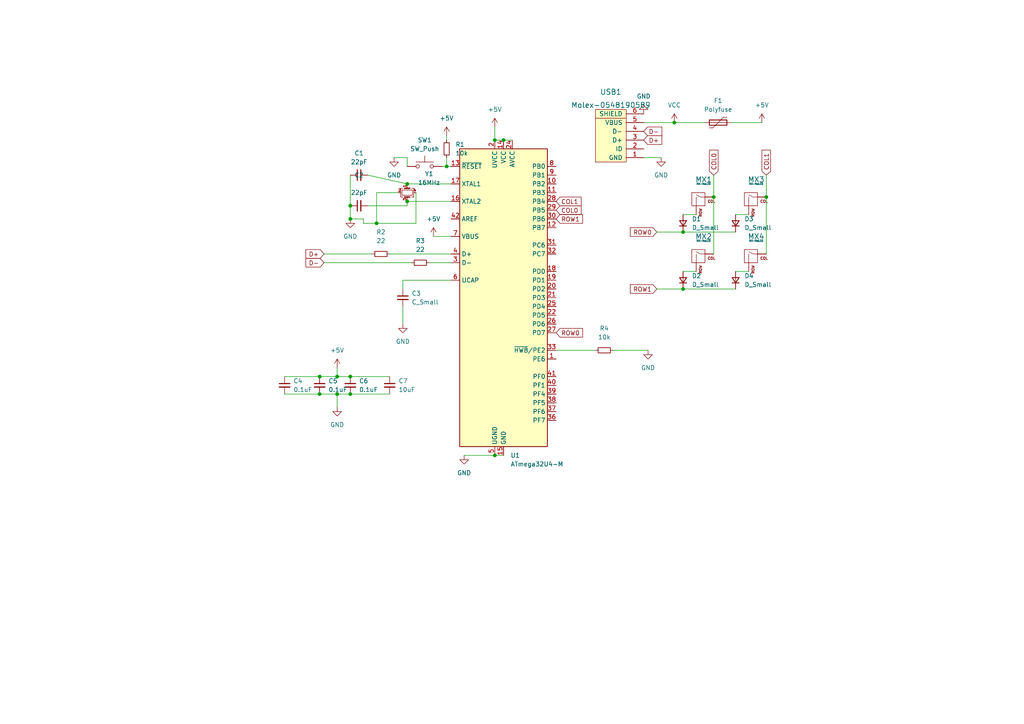
<source format=kicad_sch>
(kicad_sch (version 20211123) (generator eeschema)
  (paper "A4")
  (lib_symbols
    (symbol "Device:C_Small" (pin_numbers hide) (pin_names (offset 0.254) hide)
      (property "Reference" "C" (at 0.254 1.778 0))
      (property "Value" "C_Small" (at 0.254 -2.032 0))
      (symbol "C_Small_0_1"
        (polyline (pts (xy -1.524 -0.508) (xy 1.524 -0.508)) (stroke (width 0.3302)))
        (polyline (pts (xy -1.524 0.508) (xy 1.524 0.508)) (stroke (width 0.3048)))
      )
      (symbol "C_Small_1_1"
        (pin passive line (at 0 2.54 270) (length 2.032) (name "~") (number "1"))
        (pin passive line (at 0 -2.54 90) (length 2.032) (name "~") (number "2"))
      )
    )
    (symbol "Device:Crystal_GND24_Small" (pin_names (offset 1.016) hide)
      (property "Reference" "Y" (at 1.27 4.445 0))
      (property "Value" "Crystal_GND24_Small" (at 1.27 2.54 0))
      (symbol "Crystal_GND24_Small_0_1"
        (rectangle (start -0.762 -1.524) (end 0.762 1.524))
        (polyline (pts (xy -1.27 -0.762) (xy -1.27 0.762)) (stroke (width 0.381)))
        (polyline (pts (xy 1.27 -0.762) (xy 1.27 0.762)) (stroke (width 0.381)))
        (polyline (pts (xy -1.27 -1.27) (xy -1.27 -1.905) (xy 1.27 -1.905) (xy 1.27 -1.27)))
        (polyline (pts (xy -1.27 1.27) (xy -1.27 1.905) (xy 1.27 1.905) (xy 1.27 1.27)))
      )
      (symbol "Crystal_GND24_Small_1_1"
        (pin passive line (at -2.54 0 0) (length 1.27) (name "1") (number "1"))
        (pin passive line (at 0 -2.54 90) (length 0.635) (name "2") (number "2"))
        (pin passive line (at 2.54 0 180) (length 1.27) (name "3") (number "3"))
        (pin passive line (at 0 2.54 270) (length 0.635) (name "4") (number "4"))
      )
    )
    (symbol "Device:D_Small" (pin_numbers hide) (pin_names (offset 0.254) hide)
      (property "Reference" "D" (at -1.27 2.032 0))
      (property "Value" "D_Small" (at -3.81 -2.032 0))
      (symbol "D_Small_0_1"
        (polyline (pts (xy -0.762 -1.016) (xy -0.762 1.016)) (stroke (width 0.254)))
        (polyline (pts (xy -0.762 0) (xy 0.762 0)))
        (polyline (pts (xy 0.762 -1.016) (xy -0.762 0) (xy 0.762 1.016) (xy 0.762 -1.016)) (stroke (width 0.254)))
      )
      (symbol "D_Small_1_1"
        (pin passive line (at -2.54 0 0) (length 1.778) (name "K") (number "1"))
        (pin passive line (at 2.54 0 180) (length 1.778) (name "A") (number "2"))
      )
    )
    (symbol "Device:Polyfuse" (pin_numbers hide) (pin_names (offset 0))
      (property "Reference" "F" (at -2.54 0 90))
      (property "Value" "Polyfuse" (at 2.54 0 90))
      (symbol "Polyfuse_0_1"
        (rectangle (start -0.762 2.54) (end 0.762 -2.54) (stroke (width 0.254)))
        (polyline (pts (xy 0 2.54) (xy 0 -2.54)))
        (polyline (pts (xy -1.524 2.54) (xy -1.524 1.524) (xy 1.524 -1.524) (xy 1.524 -2.54)))
      )
      (symbol "Polyfuse_1_1"
        (pin passive line (at 0 3.81 270) (length 1.27) (name "~") (number "1"))
        (pin passive line (at 0 -3.81 90) (length 1.27) (name "~") (number "2"))
      )
    )
    (symbol "Device:R_Small" (pin_numbers hide) (pin_names (offset 0.254) hide)
      (property "Reference" "R" (at 0.762 0.508 0))
      (property "Value" "R_Small" (at 0.762 -1.016 0))
      (symbol "R_Small_0_1"
        (rectangle (start -0.762 1.778) (end 0.762 -1.778) (stroke (width 0.2032)))
      )
      (symbol "R_Small_1_1"
        (pin passive line (at 0 2.54 270) (length 0.762) (name "~") (number "1"))
        (pin passive line (at 0 -2.54 90) (length 0.762) (name "~") (number "2"))
      )
    )
    (symbol "MCU_Microchip_ATmega:ATmega32U4-M"
      (property "Reference" "U" (at -12.7 44.45 0))
      (property "Value" "ATmega32U4-M" (at 2.54 -44.45 0))
      (symbol "ATmega32U4-M_0_1"
        (rectangle (start -12.7 -43.18) (end 12.7 43.18) (stroke (width 0.254)) (fill (type background)))
      )
      (symbol "ATmega32U4-M_1_1"
        (pin bidirectional line (at 15.24 -17.78 180) (length 2.54) (name "PE6") (number "1"))
        (pin bidirectional line (at 15.24 33.02 180) (length 2.54) (name "PB2") (number "10"))
        (pin bidirectional line (at 15.24 30.48 180) (length 2.54) (name "PB3") (number "11"))
        (pin bidirectional line (at 15.24 20.32 180) (length 2.54) (name "PB7") (number "12"))
        (pin input line (at -15.24 38.1 0) (length 2.54) (name "~{RESET}") (number "13"))
        (pin power_in line (at 0 45.72 270) (length 2.54) (name "VCC") (number "14"))
        (pin power_in line (at 0 -45.72 90) (length 2.54) (name "GND") (number "15"))
        (pin output line (at -15.24 27.94 0) (length 2.54) (name "XTAL2") (number "16"))
        (pin input line (at -15.24 33.02 0) (length 2.54) (name "XTAL1") (number "17"))
        (pin bidirectional line (at 15.24 7.62 180) (length 2.54) (name "PD0") (number "18"))
        (pin bidirectional line (at 15.24 5.08 180) (length 2.54) (name "PD1") (number "19"))
        (pin power_in line (at -2.54 45.72 270) (length 2.54) (name "UVCC") (number "2"))
        (pin bidirectional line (at 15.24 2.54 180) (length 2.54) (name "PD2") (number "20"))
        (pin bidirectional line (at 15.24 0 180) (length 2.54) (name "PD3") (number "21"))
        (pin bidirectional line (at 15.24 -5.08 180) (length 2.54) (name "PD5") (number "22"))
        (pin passive line (at 0 -45.72 90) (length 2.54) hide (name "GND") (number "23"))
        (pin power_in line (at 2.54 45.72 270) (length 2.54) (name "AVCC") (number "24"))
        (pin bidirectional line (at 15.24 -2.54 180) (length 2.54) (name "PD4") (number "25"))
        (pin bidirectional line (at 15.24 -7.62 180) (length 2.54) (name "PD6") (number "26"))
        (pin bidirectional line (at 15.24 -10.16 180) (length 2.54) (name "PD7") (number "27"))
        (pin bidirectional line (at 15.24 27.94 180) (length 2.54) (name "PB4") (number "28"))
        (pin bidirectional line (at 15.24 25.4 180) (length 2.54) (name "PB5") (number "29"))
        (pin bidirectional line (at -15.24 10.16 0) (length 2.54) (name "D-") (number "3"))
        (pin bidirectional line (at 15.24 22.86 180) (length 2.54) (name "PB6") (number "30"))
        (pin bidirectional line (at 15.24 15.24 180) (length 2.54) (name "PC6") (number "31"))
        (pin bidirectional line (at 15.24 12.7 180) (length 2.54) (name "PC7") (number "32"))
        (pin bidirectional line (at 15.24 -15.24 180) (length 2.54) (name "~{HWB}/PE2") (number "33"))
        (pin passive line (at 0 45.72 270) (length 2.54) hide (name "VCC") (number "34"))
        (pin passive line (at 0 -45.72 90) (length 2.54) hide (name "GND") (number "35"))
        (pin bidirectional line (at 15.24 -35.56 180) (length 2.54) (name "PF7") (number "36"))
        (pin bidirectional line (at 15.24 -33.02 180) (length 2.54) (name "PF6") (number "37"))
        (pin bidirectional line (at 15.24 -30.48 180) (length 2.54) (name "PF5") (number "38"))
        (pin bidirectional line (at 15.24 -27.94 180) (length 2.54) (name "PF4") (number "39"))
        (pin bidirectional line (at -15.24 12.7 0) (length 2.54) (name "D+") (number "4"))
        (pin bidirectional line (at 15.24 -25.4 180) (length 2.54) (name "PF1") (number "40"))
        (pin bidirectional line (at 15.24 -22.86 180) (length 2.54) (name "PF0") (number "41"))
        (pin passive line (at -15.24 22.86 0) (length 2.54) (name "AREF") (number "42"))
        (pin passive line (at 0 -45.72 90) (length 2.54) hide (name "GND") (number "43"))
        (pin passive line (at 2.54 45.72 270) (length 2.54) hide (name "AVCC") (number "44"))
        (pin passive line (at 0 -45.72 90) (length 2.54) hide (name "GND") (number "45"))
        (pin passive line (at -2.54 -45.72 90) (length 2.54) (name "UGND") (number "5"))
        (pin passive line (at -15.24 5.08 0) (length 2.54) (name "UCAP") (number "6"))
        (pin input line (at -15.24 17.78 0) (length 2.54) (name "VBUS") (number "7"))
        (pin bidirectional line (at 15.24 38.1 180) (length 2.54) (name "PB0") (number "8"))
        (pin bidirectional line (at 15.24 35.56 180) (length 2.54) (name "PB1") (number "9"))
      )
    )
    (symbol "MX_Alps_Hybrid:MX-NoLED" (pin_names (offset 1.016))
      (property "Reference" "MX" (at -0.635 3.81 0))
      (property "Value" "MX-NoLED" (at -0.635 1.27 0))
      (symbol "MX-NoLED_0_0"
        (rectangle (start -2.54 2.54) (end 1.27 -1.27))
        (polyline (pts (xy -1.27 -1.27) (xy -1.27 1.27)) (stroke (width 0.127)))
        (polyline (pts (xy 1.27 1.27) (xy 0 1.27) (xy -1.27 1.905)) (stroke (width 0.127)))
        (text "COL" (at 3.175 0 0) (effects (font (size 0.762 0.762))))
        (text "ROW" (at 0 -1.905 900) (effects (font (size 0.762 0.762)) (justify right)))
      )
      (symbol "MX-NoLED_1_1"
        (pin passive line (at 3.81 1.27 180) (length 2.54) (name "COL") (number "1"))
        (pin passive line (at -1.27 -3.81 90) (length 2.54) (name "ROW") (number "2"))
      )
    )
    (symbol "Switch:SW_Push" (pin_numbers hide) (pin_names (offset 1.016) hide)
      (property "Reference" "SW" (at 1.27 2.54 0))
      (property "Value" "SW_Push" (at 0 -1.524 0))
      (symbol "SW_Push_0_1"
        (circle (center -2.032 0) (radius 0.508))
        (polyline (pts (xy 0 1.27) (xy 0 3.048)))
        (polyline (pts (xy 2.54 1.27) (xy -2.54 1.27)))
        (circle (center 2.032 0) (radius 0.508))
        (pin passive line (at -5.08 0 0) (length 2.54) (name "1") (number "1"))
        (pin passive line (at 5.08 0 180) (length 2.54) (name "2") (number "2"))
      )
    )
    (symbol "power:+5V" (power) (pin_names (offset 0))
      (property "Value" "+5V" (at 0 3.556 0))
      (symbol "+5V_0_1"
        (polyline (pts (xy -0.762 1.27) (xy 0 2.54)))
        (polyline (pts (xy 0 0) (xy 0 2.54)))
        (polyline (pts (xy 0 2.54) (xy 0.762 1.27)))
      )
      (symbol "+5V_1_1"
        (pin power_in line (at 0 0 90) (length 0) hide (name "+5V") (number "1"))
      )
    )
    (symbol "power:GND" (power) (pin_names (offset 0))
      (property "Value" "GND" (at 0 -3.81 0))
      (symbol "GND_0_1"
        (polyline (pts (xy 0 0) (xy 0 -1.27) (xy 1.27 -1.27) (xy 0 -2.54) (xy -1.27 -1.27) (xy 0 -1.27)))
      )
      (symbol "GND_1_1"
        (pin power_in line (at 0 0 270) (length 0) hide (name "GND") (number "1"))
      )
    )
    (symbol "power:VCC" (power) (pin_names (offset 0))
      (property "Value" "VCC" (at 0 3.81 0))
      (symbol "VCC_0_1"
        (polyline (pts (xy -0.762 1.27) (xy 0 2.54)))
        (polyline (pts (xy 0 0) (xy 0 2.54)))
        (polyline (pts (xy 0 2.54) (xy 0.762 1.27)))
      )
      (symbol "VCC_1_1"
        (pin power_in line (at 0 0 90) (length 0) hide (name "VCC") (number "1"))
      )
    )
    (symbol "random-keyboard-parts:Molex-0548190589" (pin_names (offset 1.016))
      (property "Reference" "USB" (at 0 7.62 0))
      (property "Value" "Molex-0548190589" (at 0 10.16 0))
      (symbol "Molex-0548190589_0_0"
        (polyline (pts (xy 6.35 -2.54) (xy 6.35 6.35)))
        (rectangle (start 8.89 -2.54) (end -6.35 6.35) (fill (type background)))
      )
      (symbol "Molex-0548190589_1_1"
        (pin input line (at -5.08 -7.62 90) (length 5.08) (name "GND") (number "1"))
        (pin input line (at -2.54 -7.62 90) (length 5.08) (name "ID") (number "2"))
        (pin input line (at 0 -7.62 90) (length 5.08) (name "D+") (number "3"))
        (pin input line (at 2.54 -7.62 90) (length 5.08) (name "D-") (number "4"))
        (pin input line (at 5.08 -7.62 90) (length 5.08) (name "VBUS") (number "5"))
        (pin input line (at 7.62 -7.62 90) (length 5.08) (name "SHIELD") (number "6"))
      )
    )
  )
  (junction (at 101.6 59.69))
  (junction (at 195.58 35.56))
  (junction (at 207.01 57.15))
  (junction (at 146.05 40.64))
  (junction (at 129.54 48.26))
  (junction (at 97.79 114.3))
  (junction (at 143.51 40.64))
  (junction (at 101.6 63.5))
  (junction (at 198.12 67.31))
  (junction (at 92.71 114.3))
  (junction (at 143.51 132.08))
  (junction (at 118.11 58.42))
  (junction (at 222.25 57.15))
  (junction (at 92.71 109.22))
  (junction (at 109.22 64.77))
  (junction (at 101.6 109.22))
  (junction (at 118.11 53.34))
  (junction (at 97.79 109.22))
  (junction (at 198.12 83.82))
  (junction (at 101.6 114.3))
  (wire (pts (xy 118.11 45.72) (xy 118.11 48.26)))
  (wire (pts (xy 222.25 57.15) (xy 222.25 73.66)))
  (wire (pts (xy 105.41 63.5) (xy 101.6 63.5)))
  (wire (pts (xy 198.12 83.82) (xy 213.36 83.82)))
  (wire (pts (xy 143.51 132.08) (xy 146.05 132.08)))
  (wire (pts (xy 125.73 68.58) (xy 130.81 68.58)))
  (wire (pts (xy 116.84 88.9) (xy 116.84 93.98)))
  (wire (pts (xy 101.6 59.69) (xy 101.6 63.5)))
  (wire (pts (xy 124.46 76.2) (xy 130.81 76.2)))
  (wire (pts (xy 129.54 39.37) (xy 129.54 40.64)))
  (wire (pts (xy 129.54 48.26) (xy 130.81 48.26)))
  (wire (pts (xy 116.84 81.28) (xy 130.81 81.28)))
  (wire (pts (xy 101.6 50.8) (xy 101.6 59.69)))
  (wire (pts (xy 106.68 59.69) (xy 118.11 59.69)))
  (wire (pts (xy 120.65 55.88) (xy 120.65 64.77)))
  (wire (pts (xy 92.71 109.22) (xy 97.79 109.22)))
  (wire (pts (xy 97.79 109.22) (xy 101.6 109.22)))
  (wire (pts (xy 93.98 76.2) (xy 119.38 76.2)))
  (wire (pts (xy 82.55 114.3) (xy 92.71 114.3)))
  (wire (pts (xy 207.01 57.15) (xy 207.01 73.66)))
  (wire (pts (xy 195.58 35.56) (xy 204.47 35.56)))
  (wire (pts (xy 198.12 62.23) (xy 201.93 62.23)))
  (wire (pts (xy 161.29 101.6) (xy 172.72 101.6)))
  (wire (pts (xy 106.68 50.8) (xy 118.11 53.34)))
  (wire (pts (xy 207.01 50.8) (xy 207.01 57.15)))
  (wire (pts (xy 213.36 62.23) (xy 217.17 62.23)))
  (wire (pts (xy 213.36 78.74) (xy 217.17 78.74)))
  (wire (pts (xy 105.41 64.77) (xy 105.41 63.5)))
  (wire (pts (xy 212.09 35.56) (xy 220.98 35.56)))
  (wire (pts (xy 97.79 106.68) (xy 97.79 109.22)))
  (wire (pts (xy 148.59 40.64) (xy 146.05 40.64)))
  (wire (pts (xy 82.55 109.22) (xy 92.71 109.22)))
  (wire (pts (xy 120.65 64.77) (xy 109.22 64.77)))
  (wire (pts (xy 114.3 45.72) (xy 118.11 45.72)))
  (wire (pts (xy 118.11 58.42) (xy 130.81 58.42)))
  (wire (pts (xy 109.22 64.77) (xy 105.41 64.77)))
  (wire (pts (xy 109.22 55.88) (xy 109.22 64.77)))
  (wire (pts (xy 190.5 83.82) (xy 198.12 83.82)))
  (wire (pts (xy 190.5 67.31) (xy 198.12 67.31)))
  (wire (pts (xy 97.79 114.3) (xy 97.79 118.11)))
  (wire (pts (xy 177.8 101.6) (xy 187.96 101.6)))
  (wire (pts (xy 115.57 55.88) (xy 109.22 55.88)))
  (wire (pts (xy 191.77 45.72) (xy 186.69 45.72)))
  (wire (pts (xy 92.71 114.3) (xy 97.79 114.3)))
  (wire (pts (xy 116.84 83.82) (xy 116.84 81.28)))
  (wire (pts (xy 101.6 109.22) (xy 113.03 109.22)))
  (wire (pts (xy 128.27 48.26) (xy 129.54 48.26)))
  (wire (pts (xy 186.69 35.56) (xy 195.58 35.56)))
  (wire (pts (xy 93.98 73.66) (xy 107.95 73.66)))
  (wire (pts (xy 143.51 40.64) (xy 143.51 36.83)))
  (wire (pts (xy 198.12 78.74) (xy 201.93 78.74)))
  (wire (pts (xy 129.54 45.72) (xy 129.54 48.26)))
  (wire (pts (xy 146.05 40.64) (xy 143.51 40.64)))
  (wire (pts (xy 134.62 132.08) (xy 143.51 132.08)))
  (wire (pts (xy 97.79 114.3) (xy 101.6 114.3)))
  (wire (pts (xy 118.11 59.69) (xy 118.11 58.42)))
  (wire (pts (xy 113.03 73.66) (xy 130.81 73.66)))
  (wire (pts (xy 118.11 53.34) (xy 130.81 53.34)))
  (wire (pts (xy 198.12 67.31) (xy 213.36 67.31)))
  (wire (pts (xy 222.25 50.8) (xy 222.25 57.15)))
  (wire (pts (xy 101.6 114.3) (xy 113.03 114.3)))
  (global_label "COL1" (shape input) (at 161.29 58.42 0) (property "Intersheet References" "${INTERSHEET_REFS}" (effects hide)))
  (global_label "ROW1" (shape input) (at 161.29 63.5 0) (property "Intersheet References" "${INTERSHEET_REFS}" (effects hide)))
  (global_label "D+" (shape input) (at 186.69 40.64 0) (property "Intersheet References" "${INTERSHEET_REFS}" (effects hide)))
  (global_label "D+" (shape input) (at 93.98 73.66 180) (property "Intersheet References" "${INTERSHEET_REFS}" (effects hide)))
  (global_label "D-" (shape input) (at 186.69 38.1 0) (property "Intersheet References" "${INTERSHEET_REFS}" (effects hide)))
  (global_label "COL0" (shape input) (at 161.29 60.96 0) (property "Intersheet References" "${INTERSHEET_REFS}" (effects hide)))
  (global_label "D-" (shape input) (at 93.98 76.2 180) (property "Intersheet References" "${INTERSHEET_REFS}" (effects hide)))
  (global_label "COL1" (shape input) (at 222.25 50.8 90) (property "Intersheet References" "${INTERSHEET_REFS}" (effects hide)))
  (global_label "ROW0" (shape input) (at 161.29 96.52 0) (property "Intersheet References" "${INTERSHEET_REFS}" (effects hide)))
  (global_label "COL0" (shape input) (at 207.01 50.8 90) (property "Intersheet References" "${INTERSHEET_REFS}" (effects hide)))
  (global_label "ROW0" (shape input) (at 190.5 67.31 180) (property "Intersheet References" "${INTERSHEET_REFS}" (effects hide)))
  (global_label "ROW1" (shape input) (at 190.5 83.82 180) (property "Intersheet References" "${INTERSHEET_REFS}" (effects hide)))
  (symbol (lib_id "Device:R_Small") (at 110.49 73.66 90) (unit 1)
    (property "Reference" "R2" (at 110.49 67.31 90))
    (property "Value" "22" (at 110.49 69.85 90))
    (property "Footprint" "Resistor_SMD:R_0805_2012Metric" (effects hide))
  )
  (symbol (lib_id "power:GND") (at 114.3 45.72 0) (unit 1)
    (property "Reference" "#PWR0113" (effects hide))
    (property "Value" "GND" (at 114.3 50.8 0))
  )
  (symbol (lib_id "MX_Alps_Hybrid:MX-NoLED") (at 218.44 58.42 0) (unit 1)
    (property "Reference" "MX3" (at 219.3256 52.07 0) (effects (font (size 1.524 1.524))))
    (property "Value" "MX-NoLED" (at 219.3256 53.34 0) (effects (font (size 0.508 0.508))))
    (property "Footprint" "MX_Alps_Hybrid:MX-1U" (effects hide))
  )
  (symbol (lib_id "random-keyboard-parts:Molex-0548190589") (at 179.07 40.64 90) (unit 1)
    (property "Reference" "USB1" (at 177.165 26.67 90) (effects (font (size 1.524 1.524))))
    (property "Value" "Molex-0548190589" (at 177.165 30.48 90) (effects (font (size 1.524 1.524))))
    (property "Footprint" "random-keyboard-parts:Molex-0548190589" (effects hide))
  )
  (symbol (lib_id "power:GND") (at 191.77 45.72 0) (unit 1)
    (property "Reference" "#PWR0109" (effects hide))
    (property "Value" "GND" (at 191.77 50.8 0))
  )
  (symbol (lib_id "power:+5V") (at 125.73 68.58 0) (unit 1)
    (property "Reference" "#PWR0104" (effects hide))
    (property "Value" "+5V" (at 125.73 63.5 0))
  )
  (symbol (lib_id "MX_Alps_Hybrid:MX-NoLED") (at 218.44 74.93 0) (unit 1)
    (property "Reference" "MX4" (at 219.3256 68.58 0) (effects (font (size 1.524 1.524))))
    (property "Value" "MX-NoLED" (at 219.3256 69.85 0) (effects (font (size 0.508 0.508))))
    (property "Footprint" "MX_Alps_Hybrid:MX-1U" (effects hide))
  )
  (symbol (lib_id "Device:C_Small") (at 113.03 111.76 0) (unit 1)
    (property "Reference" "C7" (at 115.57 110.4962 0) (effects (justify left)))
    (property "Value" "10uF" (at 115.57 113.0362 0) (effects (justify left)))
    (property "Footprint" "Capacitor_SMD:C_0805_2012Metric" (effects hide))
  )
  (symbol (lib_id "MCU_Microchip_ATmega:ATmega32U4-M") (at 146.05 86.36 0) (unit 1)
    (property "Reference" "U1" (at 148.0694 132.08 0) (effects (justify left)))
    (property "Value" "ATmega32U4-M" (at 148.0694 134.62 0) (effects (justify left)))
    (property "Footprint" "Package_DFN_QFN:QFN-44-1EP_7x7mm_P0.5mm_EP5.2x5.2mm" (effects hide))
    (property "Datasheet" "http://ww1.microchip.com/downloads/en/DeviceDoc/Atmel-7766-8-bit-AVR-ATmega16U4-32U4_Datasheet.pdf" (effects hide))
  )
  (symbol (lib_id "power:GND") (at 187.96 101.6 0) (unit 1)
    (property "Reference" "#PWR0102" (effects hide))
    (property "Value" "GND" (at 187.96 106.68 0))
  )
  (symbol (lib_id "power:GND") (at 134.62 132.08 0) (unit 1)
    (property "Reference" "#PWR0101" (effects hide))
    (property "Value" "GND" (at 134.62 137.16 0))
  )
  (symbol (lib_id "Device:C_Small") (at 82.55 111.76 0) (unit 1)
    (property "Reference" "C4" (at 85.09 110.4962 0) (effects (justify left)))
    (property "Value" "0.1uF" (at 85.09 113.0362 0) (effects (justify left)))
    (property "Footprint" "Capacitor_SMD:C_0805_2012Metric" (effects hide))
  )
  (symbol (lib_id "power:+5V") (at 129.54 39.37 0) (unit 1)
    (property "Reference" "#PWR0112" (effects hide))
    (property "Value" "+5V" (at 129.54 34.29 0))
  )
  (symbol (lib_id "power:GND") (at 97.79 118.11 0) (unit 1)
    (property "Reference" "#PWR0106" (effects hide))
    (property "Value" "GND" (at 97.79 123.19 0))
  )
  (symbol (lib_id "power:VCC") (at 195.58 35.56 0) (unit 1)
    (property "Reference" "#PWR0108" (effects hide))
    (property "Value" "VCC" (at 195.58 30.48 0))
  )
  (symbol (lib_id "power:GND") (at 116.84 93.98 0) (unit 1)
    (property "Reference" "#PWR0103" (effects hide))
    (property "Value" "GND" (at 116.84 99.06 0))
  )
  (symbol (lib_id "Switch:SW_Push") (at 123.19 48.26 0) (unit 1)
    (property "Reference" "SW1" (at 123.19 40.64 0))
    (property "Value" "SW_Push" (at 123.19 43.18 0))
    (property "Footprint" "random-keyboard-parts:SKQG-1155865" (effects hide))
  )
  (symbol (lib_id "power:+5V") (at 143.51 36.83 0) (unit 1)
    (property "Reference" "#PWR0111" (effects hide))
    (property "Value" "+5V" (at 143.51 31.75 0))
  )
  (symbol (lib_id "Device:R_Small") (at 129.54 43.18 0) (unit 1)
    (property "Reference" "R1" (at 132.08 41.9099 0) (effects (justify left)))
    (property "Value" "10k" (at 132.08 44.4499 0) (effects (justify left)))
    (property "Footprint" "Resistor_SMD:R_0805_2012Metric" (effects hide))
  )
  (symbol (lib_id "Device:C_Small") (at 104.14 59.69 90) (unit 1)
    (property "Reference" "C2" (at 104.1463 50.8 90))
    (property "Value" "22pF" (at 104.1463 55.88 90))
    (property "Footprint" "Capacitor_SMD:C_0805_2012Metric" (effects hide))
  )
  (symbol (lib_id "Device:R_Small") (at 121.92 76.2 90) (unit 1)
    (property "Reference" "R3" (at 121.92 69.85 90))
    (property "Value" "22" (at 121.92 72.39 90))
    (property "Footprint" "Resistor_SMD:R_0805_2012Metric" (effects hide))
  )
  (symbol (lib_id "Device:C_Small") (at 104.14 50.8 90) (unit 1)
    (property "Reference" "C1" (at 104.1463 44.45 90))
    (property "Value" "22pF" (at 104.1463 46.99 90))
    (property "Footprint" "Capacitor_SMD:C_0805_2012Metric" (effects hide))
  )
  (symbol (lib_id "Device:Crystal_GND24_Small") (at 118.11 55.88 270) (unit 1)
    (property "Reference" "Y1" (at 124.46 50.4188 90))
    (property "Value" "16MHz" (at 124.46 52.9588 90))
    (property "Footprint" "Crystal:Crystal_SMD_3225-4Pin_3.2x2.5mm" (effects hide))
  )
  (symbol (lib_id "power:+5V") (at 97.79 106.68 0) (unit 1)
    (property "Reference" "#PWR0105" (effects hide))
    (property "Value" "+5V" (at 97.79 101.6 0))
  )
  (symbol (lib_id "Device:D_Small") (at 198.12 64.77 90) (unit 1)
    (property "Reference" "D1" (at 200.66 63.4999 90) (effects (justify right)))
    (property "Value" "D_Small" (at 200.66 66.0399 90) (effects (justify right)))
    (property "Footprint" "Diode_SMD:D_SOD-123" (effects hide))
  )
  (symbol (lib_id "MX_Alps_Hybrid:MX-NoLED") (at 203.2 58.42 0) (unit 1)
    (property "Reference" "MX1" (at 204.0856 52.07 0) (effects (font (size 1.524 1.524))))
    (property "Value" "MX-NoLED" (at 204.0856 53.34 0) (effects (font (size 0.508 0.508))))
    (property "Footprint" "MX_Alps_Hybrid:MX-1U" (effects hide))
  )
  (symbol (lib_id "Device:C_Small") (at 92.71 111.76 0) (unit 1)
    (property "Reference" "C5" (at 95.25 110.4962 0) (effects (justify left)))
    (property "Value" "0.1uF" (at 95.25 113.0362 0) (effects (justify left)))
    (property "Footprint" "Capacitor_SMD:C_0805_2012Metric" (effects hide))
  )
  (symbol (lib_id "Device:C_Small") (at 101.6 111.76 0) (unit 1)
    (property "Reference" "C6" (at 104.14 110.4962 0) (effects (justify left)))
    (property "Value" "0.1uF" (at 104.14 113.0362 0) (effects (justify left)))
    (property "Footprint" "Capacitor_SMD:C_0805_2012Metric" (effects hide))
  )
  (symbol (lib_id "power:+5V") (at 220.98 35.56 0) (unit 1)
    (property "Reference" "#PWR0110" (effects hide))
    (property "Value" "+5V" (at 220.98 30.48 0))
  )
  (symbol (lib_id "Device:D_Small") (at 198.12 81.28 90) (unit 1)
    (property "Reference" "D2" (at 200.66 80.0099 90) (effects (justify right)))
    (property "Value" "D_Small" (at 200.66 82.5499 90) (effects (justify right)))
    (property "Footprint" "Diode_SMD:D_SOD-123" (effects hide))
  )
  (symbol (lib_id "MX_Alps_Hybrid:MX-NoLED") (at 203.2 74.93 0) (unit 1)
    (property "Reference" "MX2" (at 204.0856 68.58 0) (effects (font (size 1.524 1.524))))
    (property "Value" "MX-NoLED" (at 204.0856 69.85 0) (effects (font (size 0.508 0.508))))
    (property "Footprint" "MX_Alps_Hybrid:MX-1U" (effects hide))
  )
  (symbol (lib_id "Device:R_Small") (at 175.26 101.6 90) (unit 1)
    (property "Reference" "R4" (at 175.26 95.25 90))
    (property "Value" "10k" (at 175.26 97.79 90))
    (property "Footprint" "Resistor_SMD:R_0805_2012Metric" (effects hide))
  )
  (symbol (lib_id "Device:Polyfuse") (at 208.28 35.56 90) (unit 1)
    (property "Reference" "F1" (at 208.28 29.21 90))
    (property "Value" "Polyfuse" (at 208.28 31.75 90))
    (property "Footprint" "Fuse:Fuse_1206_3216Metric" (effects hide))
  )
  (symbol (lib_id "Device:D_Small") (at 213.36 81.28 90) (unit 1)
    (property "Reference" "D4" (at 215.9 80.0099 90) (effects (justify right)))
    (property "Value" "D_Small" (at 215.9 82.5499 90) (effects (justify right)))
    (property "Footprint" "Diode_SMD:D_SOD-123" (effects hide))
  )
  (symbol (lib_id "Device:C_Small") (at 116.84 86.36 0) (unit 1)
    (property "Reference" "C3" (at 119.38 85.0962 0) (effects (justify left)))
    (property "Value" "C_Small" (at 119.38 87.6362 0) (effects (justify left)))
    (property "Footprint" "Capacitor_SMD:C_0805_2012Metric" (effects hide))
  )
  (symbol (lib_id "power:GND") (at 101.6 63.5 0) (unit 1)
    (property "Reference" "#PWR0107" (effects hide))
    (property "Value" "GND" (at 101.6 68.58 0))
  )
  (symbol (lib_id "power:GND") (at 186.69 33.02 180) (unit 1)
    (property "Reference" "#PWR?" (effects hide))
    (property "Value" "GND" (at 186.69 27.94 0))
  )
  (symbol (lib_id "Device:D_Small") (at 213.36 64.77 90) (unit 1)
    (property "Reference" "D3" (at 215.9 63.4999 90) (effects (justify right)))
    (property "Value" "D_Small" (at 215.9 66.0399 90) (effects (justify right)))
    (property "Footprint" "Diode_SMD:D_SOD-123" (effects hide))
  )
)
</source>
